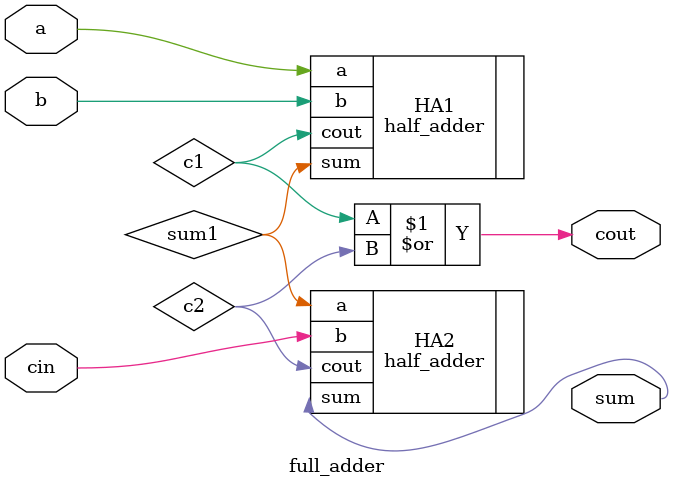
<source format=v>
`timescale 1ns / 1ps

module full_adder(
    input a,
    input b,
    input cin,
    output sum,
    output cout
);
    wire sum1, c1, c2;

    // Instantiate two half adders
    half_adder HA1 (.a(a), .b(b), .sum(sum1), .cout(c1));
    half_adder HA2 (.a(sum1), .b(cin), .sum(sum), .cout(c2));

    // OR gate to produce the final carry out
    assign cout = c1 | c2;
endmodule

</source>
